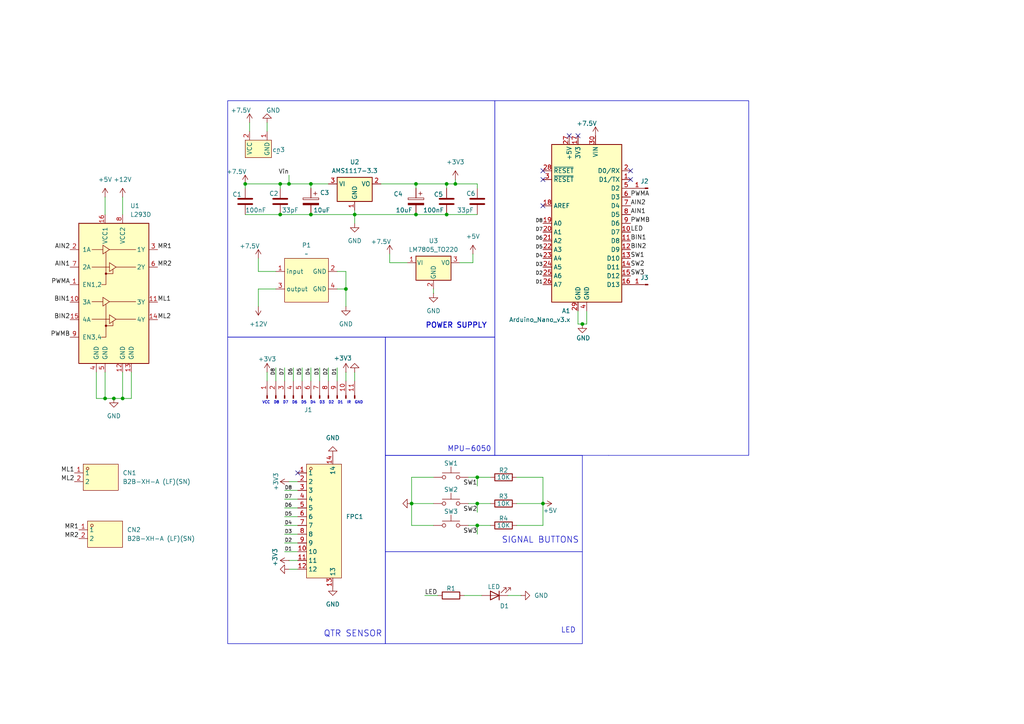
<source format=kicad_sch>
(kicad_sch (version 20231120) (generator "eeschema") (generator_version "8.0")
  (paper "A4")
  (lib_symbols
    (symbol "Connector:Conn_01x01_Pin" (pin_names (offset 1.016) hide)
      (property "Reference" "J" (at 0 2.54 0))
      (property "Value" "Conn_01x01_Pin" (at 0 -2.54 0))
      (symbol "Conn_01x01_Pin_1_1"
        (polyline (pts (xy 1.27 0) (xy 0.8636 0)) (stroke (width 0.1524)))
        (rectangle (start 0.8636 0.127) (end 0 -0.127) (stroke (width 0.1524)) (fill (type outline)))
        (pin passive line (at 5.08 0 180) (length 3.81) (name "Pin_1") (number "1"))
      )
    )
    (symbol "Connector:Conn_01x11_Pin" (pin_names (offset 1.016) hide)
      (property "Reference" "J" (at 0 15.24 0))
      (property "Value" "Conn_01x11_Pin" (at 0 -15.24 0))
      (symbol "Conn_01x11_Pin_1_1"
        (polyline (pts (xy 1.27 -12.7) (xy 0.8636 -12.7)) (stroke (width 0.1524)))
        (polyline (pts (xy 1.27 -10.16) (xy 0.8636 -10.16)) (stroke (width 0.1524)))
        (polyline (pts (xy 1.27 -7.62) (xy 0.8636 -7.62)) (stroke (width 0.1524)))
        (polyline (pts (xy 1.27 -5.08) (xy 0.8636 -5.08)) (stroke (width 0.1524)))
        (polyline (pts (xy 1.27 -2.54) (xy 0.8636 -2.54)) (stroke (width 0.1524)))
        (polyline (pts (xy 1.27 0) (xy 0.8636 0)) (stroke (width 0.1524)))
        (polyline (pts (xy 1.27 2.54) (xy 0.8636 2.54)) (stroke (width 0.1524)))
        (polyline (pts (xy 1.27 5.08) (xy 0.8636 5.08)) (stroke (width 0.1524)))
        (polyline (pts (xy 1.27 7.62) (xy 0.8636 7.62)) (stroke (width 0.1524)))
        (polyline (pts (xy 1.27 10.16) (xy 0.8636 10.16)) (stroke (width 0.1524)))
        (polyline (pts (xy 1.27 12.7) (xy 0.8636 12.7)) (stroke (width 0.1524)))
        (rectangle (start 0.8636 -12.573) (end 0 -12.827) (stroke (width 0.1524)) (fill (type outline)))
        (rectangle (start 0.8636 -10.033) (end 0 -10.287) (stroke (width 0.1524)) (fill (type outline)))
        (rectangle (start 0.8636 -7.493) (end 0 -7.747) (stroke (width 0.1524)) (fill (type outline)))
        (rectangle (start 0.8636 -4.953) (end 0 -5.207) (stroke (width 0.1524)) (fill (type outline)))
        (rectangle (start 0.8636 -2.413) (end 0 -2.667) (stroke (width 0.1524)) (fill (type outline)))
        (rectangle (start 0.8636 0.127) (end 0 -0.127) (stroke (width 0.1524)) (fill (type outline)))
        (rectangle (start 0.8636 2.667) (end 0 2.413) (stroke (width 0.1524)) (fill (type outline)))
        (rectangle (start 0.8636 5.207) (end 0 4.953) (stroke (width 0.1524)) (fill (type outline)))
        (rectangle (start 0.8636 7.747) (end 0 7.493) (stroke (width 0.1524)) (fill (type outline)))
        (rectangle (start 0.8636 10.287) (end 0 10.033) (stroke (width 0.1524)) (fill (type outline)))
        (rectangle (start 0.8636 12.827) (end 0 12.573) (stroke (width 0.1524)) (fill (type outline)))
        (pin passive line (at 5.08 12.7 180) (length 3.81) (name "Pin_1") (number "1"))
        (pin passive line (at 5.08 -10.16 180) (length 3.81) (name "Pin_10") (number "10"))
        (pin passive line (at 5.08 -12.7 180) (length 3.81) (name "Pin_11") (number "11"))
        (pin passive line (at 5.08 10.16 180) (length 3.81) (name "Pin_2") (number "2"))
        (pin passive line (at 5.08 7.62 180) (length 3.81) (name "Pin_3") (number "3"))
        (pin passive line (at 5.08 5.08 180) (length 3.81) (name "Pin_4") (number "4"))
        (pin passive line (at 5.08 2.54 180) (length 3.81) (name "Pin_5") (number "5"))
        (pin passive line (at 5.08 0 180) (length 3.81) (name "Pin_6") (number "6"))
        (pin passive line (at 5.08 -2.54 180) (length 3.81) (name "Pin_7") (number "7"))
        (pin passive line (at 5.08 -5.08 180) (length 3.81) (name "Pin_8") (number "8"))
        (pin passive line (at 5.08 -7.62 180) (length 3.81) (name "Pin_9") (number "9"))
      )
    )
    (symbol "Device:C" (pin_numbers hide) (pin_names (offset 0.254))
      (property "Reference" "C" (at 0.635 2.54 0))
      (property "Value" "C" (at 0.635 -2.54 0))
      (symbol "C_0_1"
        (polyline (pts (xy -2.032 -0.762) (xy 2.032 -0.762)) (stroke (width 0.508)))
        (polyline (pts (xy -2.032 0.762) (xy 2.032 0.762)) (stroke (width 0.508)))
      )
      (symbol "C_1_1"
        (pin passive line (at 0 3.81 270) (length 2.794) (name "~") (number "1"))
        (pin passive line (at 0 -3.81 90) (length 2.794) (name "~") (number "2"))
      )
    )
    (symbol "Device:C_Polarized" (pin_numbers hide) (pin_names (offset 0.254))
      (property "Reference" "C" (at 0.635 2.54 0))
      (property "Value" "C_Polarized" (at 0.635 -2.54 0))
      (symbol "C_Polarized_0_1"
        (rectangle (start -2.286 0.508) (end 2.286 1.016))
        (polyline (pts (xy -1.778 2.286) (xy -0.762 2.286)))
        (polyline (pts (xy -1.27 2.794) (xy -1.27 1.778)))
        (rectangle (start 2.286 -0.508) (end -2.286 -1.016) (fill (type outline)))
      )
      (symbol "C_Polarized_1_1"
        (pin passive line (at 0 3.81 270) (length 2.794) (name "~") (number "1"))
        (pin passive line (at 0 -3.81 90) (length 2.794) (name "~") (number "2"))
      )
    )
    (symbol "Device:LED" (pin_numbers hide) (pin_names (offset 1.016) hide)
      (property "Reference" "D" (at 0 2.54 0))
      (property "Value" "LED" (at 0 -2.54 0))
      (symbol "LED_0_1"
        (polyline (pts (xy -1.27 -1.27) (xy -1.27 1.27)) (stroke (width 0.254)))
        (polyline (pts (xy -1.27 0) (xy 1.27 0)))
        (polyline (pts (xy 1.27 -1.27) (xy 1.27 1.27) (xy -1.27 0) (xy 1.27 -1.27)) (stroke (width 0.254)))
        (polyline (pts (xy -3.048 -0.762) (xy -4.572 -2.286) (xy -3.81 -2.286) (xy -4.572 -2.286) (xy -4.572 -1.524)))
        (polyline (pts (xy -1.778 -0.762) (xy -3.302 -2.286) (xy -2.54 -2.286) (xy -3.302 -2.286) (xy -3.302 -1.524)))
      )
      (symbol "LED_1_1"
        (pin passive line (at -3.81 0 0) (length 2.54) (name "K") (number "1"))
        (pin passive line (at 3.81 0 180) (length 2.54) (name "A") (number "2"))
      )
    )
    (symbol "Device:R" (pin_numbers hide) (pin_names (offset 0))
      (property "Reference" "R" (at 2.032 0 90))
      (property "Value" "R" (at 0 0 90))
      (symbol "R_0_1"
        (rectangle (start -1.016 -2.54) (end 1.016 2.54) (stroke (width 0.254)))
      )
      (symbol "R_1_1"
        (pin passive line (at 0 3.81 270) (length 1.27) (name "~") (number "1"))
        (pin passive line (at 0 -3.81 90) (length 1.27) (name "~") (number "2"))
      )
    )
    (symbol "Driver_Motor:L293D" (pin_names (offset 1.016))
      (property "Reference" "U" (at -5.08 26.035 0))
      (property "Value" "L293D" (at -5.08 24.13 0))
      (symbol "L293D_0_1"
        (rectangle (start -10.16 22.86) (end 10.16 -17.78) (stroke (width 0.254)) (fill (type background)))
        (circle (center -2.286 -6.858) (radius 0.254) (fill (type outline)))
        (circle (center -2.286 8.255) (radius 0.254) (fill (type outline)))
        (polyline (pts (xy -6.35 -4.953) (xy -1.27 -4.953)))
        (polyline (pts (xy -6.35 0.127) (xy -3.175 0.127)))
        (polyline (pts (xy -6.35 10.16) (xy -1.27 10.16)))
        (polyline (pts (xy -6.35 15.24) (xy -3.175 15.24)))
        (polyline (pts (xy -1.27 0.127) (xy 6.35 0.127)))
        (polyline (pts (xy -1.27 15.24) (xy 6.35 15.24)))
        (polyline (pts (xy 0.635 -4.953) (xy 6.35 -4.953)))
        (polyline (pts (xy 0.635 10.16) (xy 6.35 10.16)))
        (polyline (pts (xy -2.286 -6.858) (xy -0.254 -6.858) (xy -0.254 -5.588)))
        (polyline (pts (xy -2.286 -0.635) (xy -2.286 -10.16) (xy -3.556 -10.16)))
        (polyline (pts (xy -2.286 8.255) (xy -0.254 8.255) (xy -0.254 9.525)))
        (polyline (pts (xy -2.286 14.478) (xy -2.286 5.08) (xy -3.556 5.08)))
        (polyline (pts (xy -3.175 1.397) (xy -3.175 -1.143) (xy -1.27 0.127) (xy -3.175 1.397)))
        (polyline (pts (xy -3.175 16.51) (xy -3.175 13.97) (xy -1.27 15.24) (xy -3.175 16.51)))
        (polyline (pts (xy -1.27 -3.683) (xy -1.27 -6.223) (xy 0.635 -4.953) (xy -1.27 -3.683)))
        (polyline (pts (xy -1.27 11.43) (xy -1.27 8.89) (xy 0.635 10.16) (xy -1.27 11.43)))
      )
      (symbol "L293D_1_1"
        (pin input line (at -12.7 5.08 0) (length 2.54) (name "EN1,2") (number "1"))
        (pin input line (at -12.7 0 0) (length 2.54) (name "3A") (number "10"))
        (pin output line (at 12.7 0 180) (length 2.54) (name "3Y") (number "11"))
        (pin power_in line (at 2.54 -20.32 90) (length 2.54) (name "GND") (number "12"))
        (pin power_in line (at 5.08 -20.32 90) (length 2.54) (name "GND") (number "13"))
        (pin output line (at 12.7 -5.08 180) (length 2.54) (name "4Y") (number "14"))
        (pin input line (at -12.7 -5.08 0) (length 2.54) (name "4A") (number "15"))
        (pin power_in line (at -2.54 25.4 270) (length 2.54) (name "VCC1") (number "16"))
        (pin input line (at -12.7 15.24 0) (length 2.54) (name "1A") (number "2"))
        (pin output line (at 12.7 15.24 180) (length 2.54) (name "1Y") (number "3"))
        (pin power_in line (at -5.08 -20.32 90) (length 2.54) (name "GND") (number "4"))
        (pin power_in line (at -2.54 -20.32 90) (length 2.54) (name "GND") (number "5"))
        (pin output line (at 12.7 10.16 180) (length 2.54) (name "2Y") (number "6"))
        (pin input line (at -12.7 10.16 0) (length 2.54) (name "2A") (number "7"))
        (pin power_in line (at 2.54 25.4 270) (length 2.54) (name "VCC2") (number "8"))
        (pin input line (at -12.7 -10.16 0) (length 2.54) (name "EN3,4") (number "9"))
      )
    )
    (symbol "GND_1" (power) (pin_numbers hide) (pin_names (offset 0) hide)
      (property "Value" "GND" (at 0 -3.81 0))
      (symbol "GND_1_0_1"
        (polyline (pts (xy 0 0) (xy 0 -1.27) (xy 1.27 -1.27) (xy 0 -2.54) (xy -1.27 -1.27) (xy 0 -1.27)))
      )
      (symbol "GND_1_1_1"
        (pin power_in line (at 0 0 270) (length 0) (name "~") (number "1"))
      )
    )
    (symbol "GND_10" (power) (pin_numbers hide) (pin_names (offset 0) hide)
      (property "Value" "GND" (at 0 -3.81 0))
      (symbol "GND_10_0_1"
        (polyline (pts (xy 0 0) (xy 0 -1.27) (xy 1.27 -1.27) (xy 0 -2.54) (xy -1.27 -1.27) (xy 0 -1.27)))
      )
      (symbol "GND_10_1_1"
        (pin power_in line (at 0 0 270) (length 0) (name "~") (number "1"))
      )
    )
    (symbol "GND_11" (power) (pin_numbers hide) (pin_names (offset 0) hide)
      (property "Value" "GND" (at 0 -3.81 0))
      (symbol "GND_11_0_1"
        (polyline (pts (xy 0 0) (xy 0 -1.27) (xy 1.27 -1.27) (xy 0 -2.54) (xy -1.27 -1.27) (xy 0 -1.27)))
      )
      (symbol "GND_11_1_1"
        (pin power_in line (at 0 0 270) (length 0) (name "~") (number "1"))
      )
    )
    (symbol "GND_12" (power) (pin_numbers hide) (pin_names (offset 0) hide)
      (property "Value" "GND" (at 0 -3.81 0))
      (symbol "GND_12_0_1"
        (polyline (pts (xy 0 0) (xy 0 -1.27) (xy 1.27 -1.27) (xy 0 -2.54) (xy -1.27 -1.27) (xy 0 -1.27)))
      )
      (symbol "GND_12_1_1"
        (pin power_in line (at 0 0 270) (length 0) (name "~") (number "1"))
      )
    )
    (symbol "GND_2" (power) (pin_numbers hide) (pin_names (offset 0) hide)
      (property "Value" "GND" (at 0 -3.81 0))
      (symbol "GND_2_0_1"
        (polyline (pts (xy 0 0) (xy 0 -1.27) (xy 1.27 -1.27) (xy 0 -2.54) (xy -1.27 -1.27) (xy 0 -1.27)))
      )
      (symbol "GND_2_1_1"
        (pin power_in line (at 0 0 270) (length 0) (name "~") (number "1"))
      )
    )
    (symbol "GND_3" (power) (pin_numbers hide) (pin_names (offset 0) hide)
      (property "Value" "GND" (at 0 -3.81 0))
      (symbol "GND_3_0_1"
        (polyline (pts (xy 0 0) (xy 0 -1.27) (xy 1.27 -1.27) (xy 0 -2.54) (xy -1.27 -1.27) (xy 0 -1.27)))
      )
      (symbol "GND_3_1_1"
        (pin power_in line (at 0 0 270) (length 0) (name "~") (number "1"))
      )
    )
    (symbol "GND_5" (power) (pin_numbers hide) (pin_names (offset 0) hide)
      (property "Value" "GND" (at 0 -3.81 0))
      (symbol "GND_5_0_1"
        (polyline (pts (xy 0 0) (xy 0 -1.27) (xy 1.27 -1.27) (xy 0 -2.54) (xy -1.27 -1.27) (xy 0 -1.27)))
      )
      (symbol "GND_5_1_1"
        (pin power_in line (at 0 0 270) (length 0) (name "~") (number "1"))
      )
    )
    (symbol "GND_9" (power) (pin_numbers hide) (pin_names (offset 0) hide)
      (property "Value" "GND" (at 0 -3.81 0))
      (symbol "GND_9_0_1"
        (polyline (pts (xy 0 0) (xy 0 -1.27) (xy 1.27 -1.27) (xy 0 -2.54) (xy -1.27 -1.27) (xy 0 -1.27)))
      )
      (symbol "GND_9_1_1"
        (pin power_in line (at 0 0 270) (length 0) (name "~") (number "1"))
      )
    )
    (symbol "MCU_Module:Arduino_Nano_v3.x"
      (property "Reference" "A" (at -10.16 23.495 0))
      (property "Value" "Arduino_Nano_v3.x" (at 5.08 -24.13 0))
      (symbol "Arduino_Nano_v3.x_0_1"
        (rectangle (start -10.16 22.86) (end 10.16 -22.86) (stroke (width 0.254)) (fill (type background)))
      )
      (symbol "Arduino_Nano_v3.x_1_1"
        (pin bidirectional line (at -12.7 12.7 0) (length 2.54) (name "D1/TX") (number "1"))
        (pin bidirectional line (at -12.7 -2.54 0) (length 2.54) (name "D7") (number "10"))
        (pin bidirectional line (at -12.7 -5.08 0) (length 2.54) (name "D8") (number "11"))
        (pin bidirectional line (at -12.7 -7.62 0) (length 2.54) (name "D9") (number "12"))
        (pin bidirectional line (at -12.7 -10.16 0) (length 2.54) (name "D10") (number "13"))
        (pin bidirectional line (at -12.7 -12.7 0) (length 2.54) (name "D11") (number "14"))
        (pin bidirectional line (at -12.7 -15.24 0) (length 2.54) (name "D12") (number "15"))
        (pin bidirectional line (at -12.7 -17.78 0) (length 2.54) (name "D13") (number "16"))
        (pin power_out line (at 2.54 25.4 270) (length 2.54) (name "3V3") (number "17"))
        (pin input line (at 12.7 5.08 180) (length 2.54) (name "AREF") (number "18"))
        (pin bidirectional line (at 12.7 0 180) (length 2.54) (name "A0") (number "19"))
        (pin bidirectional line (at -12.7 15.24 0) (length 2.54) (name "D0/RX") (number "2"))
        (pin bidirectional line (at 12.7 -2.54 180) (length 2.54) (name "A1") (number "20"))
        (pin bidirectional line (at 12.7 -5.08 180) (length 2.54) (name "A2") (number "21"))
        (pin bidirectional line (at 12.7 -7.62 180) (length 2.54) (name "A3") (number "22"))
        (pin bidirectional line (at 12.7 -10.16 180) (length 2.54) (name "A4") (number "23"))
        (pin bidirectional line (at 12.7 -12.7 180) (length 2.54) (name "A5") (number "24"))
        (pin bidirectional line (at 12.7 -15.24 180) (length 2.54) (name "A6") (number "25"))
        (pin bidirectional line (at 12.7 -17.78 180) (length 2.54) (name "A7") (number "26"))
        (pin power_out line (at 5.08 25.4 270) (length 2.54) (name "+5V") (number "27"))
        (pin input line (at 12.7 15.24 180) (length 2.54) (name "~{RESET}") (number "28"))
        (pin power_in line (at 2.54 -25.4 90) (length 2.54) (name "GND") (number "29"))
        (pin input line (at 12.7 12.7 180) (length 2.54) (name "~{RESET}") (number "3"))
        (pin power_in line (at -2.54 25.4 270) (length 2.54) (name "VIN") (number "30"))
        (pin power_in line (at 0 -25.4 90) (length 2.54) (name "GND") (number "4"))
        (pin bidirectional line (at -12.7 10.16 0) (length 2.54) (name "D2") (number "5"))
        (pin bidirectional line (at -12.7 7.62 0) (length 2.54) (name "D3") (number "6"))
        (pin bidirectional line (at -12.7 5.08 0) (length 2.54) (name "D4") (number "7"))
        (pin bidirectional line (at -12.7 2.54 0) (length 2.54) (name "D5") (number "8"))
        (pin bidirectional line (at -12.7 0 0) (length 2.54) (name "D6") (number "9"))
      )
    )
    (symbol "Regulator_Linear:AMS1117-3.3"
      (property "Reference" "U" (at -3.81 3.175 0))
      (property "Value" "AMS1117-3.3" (at 0 3.175 0))
      (symbol "AMS1117-3.3_0_1"
        (rectangle (start -5.08 -5.08) (end 5.08 1.905) (stroke (width 0.254)) (fill (type background)))
      )
      (symbol "AMS1117-3.3_1_1"
        (pin power_in line (at 0 -7.62 90) (length 2.54) (name "GND") (number "1"))
        (pin power_out line (at 7.62 0 180) (length 2.54) (name "VO") (number "2"))
        (pin power_in line (at -7.62 0 0) (length 2.54) (name "VI") (number "3"))
      )
    )
    (symbol "Regulator_Linear:LM7805_TO220" (pin_names (offset 0.254))
      (property "Reference" "U" (at -3.81 3.175 0))
      (property "Value" "LM7805_TO220" (at 0 3.175 0))
      (symbol "LM7805_TO220_0_1"
        (rectangle (start -5.08 1.905) (end 5.08 -5.08) (stroke (width 0.254)) (fill (type background)))
      )
      (symbol "LM7805_TO220_1_1"
        (pin power_in line (at -7.62 0 0) (length 2.54) (name "VI") (number "1"))
        (pin power_in line (at 0 -7.62 90) (length 2.54) (name "GND") (number "2"))
        (pin power_out line (at 7.62 0 180) (length 2.54) (name "VO") (number "3"))
      )
    )
    (symbol "Switch:SW_Push" (pin_numbers hide) (pin_names (offset 1.016) hide)
      (property "Reference" "SW" (at 1.27 2.54 0))
      (property "Value" "SW_Push" (at 0 -1.524 0))
      (symbol "SW_Push_0_1"
        (circle (center -2.032 0) (radius 0.508))
        (polyline (pts (xy 0 1.27) (xy 0 3.048)))
        (polyline (pts (xy 2.54 1.27) (xy -2.54 1.27)))
        (circle (center 2.032 0) (radius 0.508))
        (pin passive line (at -5.08 0 0) (length 2.54) (name "1") (number "1"))
        (pin passive line (at 5.08 0 180) (length 2.54) (name "2") (number "2"))
      )
    )
    (symbol "easyeda2kicad:B2B-XH-A(LF)(SN)"
      (property "Reference" "CN" (at 0 6.35 0))
      (property "Value" "B2B-XH-A (LF)(SN)" (at 0 -6.35 0))
      (symbol "B2B-XH-A(LF)(SN)_0_1"
        (rectangle (start -3.81 3.81) (end 6.35 -3.81) (fill (type background)))
        (circle (center -2.54 2.54) (radius 0.38))
        (pin unspecified line (at -6.35 1.27 0) (length 2.54) (name "1") (number "1"))
        (pin unspecified line (at -6.35 -1.27 0) (length 2.54) (name "2") (number "2"))
      )
    )
    (symbol "easyeda2kicad:FPC-05F-12PH20"
      (property "Reference" "FPC" (at 0 22.86 0))
      (property "Value" "FPC-05F-12PH20" (at 0 -25.4 0))
      (symbol "FPC-05F-12PH20_0_1"
        (rectangle (start -5.08 15.24) (end 5.08 -17.78) (fill (type background)))
        (circle (center -3.81 13.97) (radius 0.38))
        (pin unspecified line (at -7.62 12.7 0) (length 2.54) (name "1") (number "1"))
        (pin unspecified line (at -7.62 -10.16 0) (length 2.54) (name "10") (number "10"))
        (pin unspecified line (at -7.62 -12.7 0) (length 2.54) (name "11") (number "11"))
        (pin unspecified line (at -7.62 -15.24 0) (length 2.54) (name "12") (number "12"))
        (pin unspecified line (at 2.54 -20.32 90) (length 2.54) (name "13") (number "13"))
        (pin unspecified line (at 2.54 17.78 270) (length 2.54) (name "14") (number "14"))
        (pin unspecified line (at -7.62 10.16 0) (length 2.54) (name "2") (number "2"))
        (pin unspecified line (at -7.62 7.62 0) (length 2.54) (name "3") (number "3"))
        (pin unspecified line (at -7.62 5.08 0) (length 2.54) (name "4") (number "4"))
        (pin unspecified line (at -7.62 2.54 0) (length 2.54) (name "5") (number "5"))
        (pin unspecified line (at -7.62 0 0) (length 2.54) (name "6") (number "6"))
        (pin unspecified line (at -7.62 -2.54 0) (length 2.54) (name "7") (number "7"))
        (pin unspecified line (at -7.62 -5.08 0) (length 2.54) (name "8") (number "8"))
        (pin unspecified line (at -7.62 -7.62 0) (length 2.54) (name "9") (number "9"))
      )
    )
    (symbol "micromouse2.0:power_input_connector"
      (property "Reference" "cn" (at 2.794 -3.048 0))
      (symbol "power_input_connector_1_1"
        (rectangle (start -3.81 2.54) (end 3.81 -2.54) (fill (type background)))
        (pin input line (at 2.54 5.08 270) (length 2.54) (name "GND") (number "1"))
        (pin input line (at -2.54 5.08 270) (length 2.54) (name "VCC") (number "2"))
      )
    )
    (symbol "power:+12V" (power) (pin_numbers hide) (pin_names (offset 0) hide)
      (property "Value" "+12V" (at 0 3.556 0))
      (symbol "+12V_0_1"
        (polyline (pts (xy -0.762 1.27) (xy 0 2.54)))
        (polyline (pts (xy 0 0) (xy 0 2.54)))
        (polyline (pts (xy 0 2.54) (xy 0.762 1.27)))
      )
      (symbol "+12V_1_1"
        (pin power_in line (at 0 0 90) (length 0) (name "~") (number "1"))
      )
    )
    (symbol "power:+3V3" (power) (pin_numbers hide) (pin_names (offset 0) hide)
      (property "Value" "+3V3" (at 0 3.556 0))
      (symbol "+3V3_0_1"
        (polyline (pts (xy -0.762 1.27) (xy 0 2.54)))
        (polyline (pts (xy 0 0) (xy 0 2.54)))
        (polyline (pts (xy 0 2.54) (xy 0.762 1.27)))
      )
      (symbol "+3V3_1_1"
        (pin power_in line (at 0 0 90) (length 0) (name "~") (number "1"))
      )
    )
    (symbol "power:+5V" (power) (pin_numbers hide) (pin_names (offset 0) hide)
      (property "Value" "+5V" (at 0 3.556 0))
      (symbol "+5V_0_1"
        (polyline (pts (xy -0.762 1.27) (xy 0 2.54)))
        (polyline (pts (xy 0 0) (xy 0 2.54)))
        (polyline (pts (xy 0 2.54) (xy 0.762 1.27)))
      )
      (symbol "+5V_1_1"
        (pin power_in line (at 0 0 90) (length 0) (name "~") (number "1"))
      )
    )
    (symbol "power:+7.5V" (power) (pin_names (offset 0))
      (property "Value" "+7.5V" (at 0 3.556 0))
      (symbol "+7.5V_0_1"
        (polyline (pts (xy -0.762 1.27) (xy 0 2.54)))
        (polyline (pts (xy 0 0) (xy 0 2.54)))
        (polyline (pts (xy 0 2.54) (xy 0.762 1.27)))
      )
      (symbol "+7.5V_1_1"
        (pin power_in line (at 0 0 90) (length 0) hide (name "+7.5V") (number "1"))
      )
    )
    (symbol "power:GND" (power) (pin_names (offset 0))
      (property "Value" "GND" (at 0 -3.81 0))
      (symbol "GND_0_1"
        (polyline (pts (xy 0 0) (xy 0 -1.27) (xy 1.27 -1.27) (xy 0 -2.54) (xy -1.27 -1.27) (xy 0 -1.27)))
      )
      (symbol "GND_1_1"
        (pin power_in line (at 0 0 270) (length 0) hide (name "GND") (number "1"))
      )
    )
    (symbol "symbols:buck_converter"
      (property "Reference" "P" (at 4.826 7.366 0))
      (symbol "buck_converter_1_1"
        (rectangle (start -6.35 6.35) (end 6.35 -6.35) (fill (type background)))
        (pin input line (at -8.89 2.54 0) (length 2.54) (name "input") (number "1"))
        (pin input line (at 8.89 2.54 180) (length 2.54) (name "GND") (number "2"))
        (pin input line (at -8.89 -2.54 0) (length 2.54) (name "output") (number "3"))
        (pin input line (at 8.89 -2.54 180) (length 2.54) (name "GND") (number "4"))
      )
    )
  )
  (junction (at 81.28 53.34))
  (junction (at 90.17 62.23))
  (junction (at 83.82 53.34))
  (junction (at 30.48 115.57))
  (junction (at 100.33 83.82))
  (junction (at 138.43 146.05))
  (junction (at 33.02 115.57))
  (junction (at 120.65 53.34))
  (junction (at 168.91 93.98))
  (junction (at 129.54 62.23))
  (junction (at 120.65 62.23))
  (junction (at 119.38 146.05))
  (junction (at 129.54 53.34))
  (junction (at 71.12 53.34))
  (junction (at 81.28 62.23))
  (junction (at 35.56 115.57))
  (junction (at 132.08 53.34))
  (junction (at 102.87 62.23))
  (junction (at 157.48 146.05))
  (junction (at 138.43 138.43))
  (junction (at 90.17 53.34))
  (junction (at 138.43 152.4))
  (no_connect (at 182.88 49.53))
  (no_connect (at 157.48 52.07))
  (no_connect (at 165.1 39.37))
  (no_connect (at 157.48 59.69))
  (no_connect (at 157.48 49.53))
  (no_connect (at 182.88 52.07))
  (no_connect (at 86.36 137.16))
  (no_connect (at 167.64 39.37))
  (wire (pts (xy 113.03 73.66) (xy 113.03 76.2)))
  (wire (pts (xy 30.48 115.57) (xy 33.02 115.57)))
  (wire (pts (xy 80.01 106.68) (xy 80.01 110.49)))
  (wire (pts (xy 100.33 83.82) (xy 100.33 88.9)))
  (wire (pts (xy 135.89 138.43) (xy 138.43 138.43)))
  (wire (pts (xy 82.55 157.48) (xy 86.36 157.48)))
  (wire (pts (xy 132.08 53.34) (xy 129.54 53.34)))
  (wire (pts (xy 92.71 106.68) (xy 92.71 110.49)))
  (wire (pts (xy 97.79 78.74) (xy 100.33 78.74)))
  (wire (pts (xy 30.48 57.15) (xy 30.48 62.23)))
  (wire (pts (xy 149.86 146.05) (xy 157.48 146.05)))
  (wire (pts (xy 90.17 62.23) (xy 102.87 62.23)))
  (wire (pts (xy 80.01 83.82) (xy 74.93 83.82)))
  (wire (pts (xy 167.64 93.98) (xy 168.91 93.98)))
  (wire (pts (xy 137.16 76.2) (xy 133.35 76.2)))
  (wire (pts (xy 119.38 138.43) (xy 119.38 146.05)))
  (wire (pts (xy 119.38 146.05) (xy 125.73 146.05)))
  (wire (pts (xy 74.93 78.74) (xy 80.01 78.74)))
  (wire (pts (xy 95.25 106.68) (xy 95.25 110.49)))
  (wire (pts (xy 100.33 107.95) (xy 100.33 110.49)))
  (wire (pts (xy 38.1 115.57) (xy 35.56 115.57)))
  (wire (pts (xy 100.33 78.74) (xy 100.33 83.82)))
  (wire (pts (xy 125.73 152.4) (xy 119.38 152.4)))
  (wire (pts (xy 83.82 53.34) (xy 90.17 53.34)))
  (wire (pts (xy 125.73 138.43) (xy 119.38 138.43)))
  (wire (pts (xy 83.82 162.56) (xy 86.36 162.56)))
  (wire (pts (xy 132.08 53.34) (xy 132.08 52.07)))
  (wire (pts (xy 83.82 165.1) (xy 86.36 165.1)))
  (wire (pts (xy 113.03 76.2) (xy 118.11 76.2)))
  (wire (pts (xy 138.43 152.4) (xy 142.24 152.4)))
  (wire (pts (xy 129.54 53.34) (xy 129.54 54.61)))
  (wire (pts (xy 129.54 53.34) (xy 120.65 53.34)))
  (wire (pts (xy 167.64 90.17) (xy 167.64 93.98)))
  (wire (pts (xy 138.43 146.05) (xy 138.43 148.59)))
  (wire (pts (xy 138.43 146.05) (xy 142.24 146.05)))
  (wire (pts (xy 82.55 106.68) (xy 82.55 110.49)))
  (wire (pts (xy 72.39 35.56) (xy 72.39 38.1)))
  (wire (pts (xy 90.17 53.34) (xy 95.25 53.34)))
  (wire (pts (xy 30.48 107.95) (xy 30.48 115.57)))
  (wire (pts (xy 71.12 53.34) (xy 81.28 53.34)))
  (wire (pts (xy 170.18 90.17) (xy 170.18 93.98)))
  (wire (pts (xy 85.09 106.68) (xy 85.09 110.49)))
  (wire (pts (xy 90.17 53.34) (xy 90.17 54.61)))
  (wire (pts (xy 149.86 138.43) (xy 157.48 138.43)))
  (wire (pts (xy 119.38 146.05) (xy 119.38 152.4)))
  (wire (pts (xy 102.87 62.23) (xy 102.87 64.77)))
  (wire (pts (xy 82.55 142.24) (xy 86.36 142.24)))
  (wire (pts (xy 138.43 53.34) (xy 138.43 54.61)))
  (wire (pts (xy 125.73 83.82) (xy 125.73 85.09)))
  (wire (pts (xy 82.55 149.86) (xy 86.36 149.86)))
  (wire (pts (xy 138.43 62.23) (xy 129.54 62.23)))
  (wire (pts (xy 35.56 115.57) (xy 33.02 115.57)))
  (wire (pts (xy 81.28 53.34) (xy 83.82 53.34)))
  (wire (pts (xy 27.94 107.95) (xy 27.94 115.57)))
  (wire (pts (xy 77.47 107.95) (xy 77.47 110.49)))
  (wire (pts (xy 90.17 106.68) (xy 90.17 110.49)))
  (wire (pts (xy 138.43 53.34) (xy 132.08 53.34)))
  (wire (pts (xy 35.56 107.95) (xy 35.56 115.57)))
  (wire (pts (xy 135.89 152.4) (xy 138.43 152.4)))
  (wire (pts (xy 82.55 152.4) (xy 86.36 152.4)))
  (wire (pts (xy 157.48 138.43) (xy 157.48 146.05)))
  (wire (pts (xy 81.28 53.34) (xy 81.28 54.61)))
  (wire (pts (xy 35.56 57.15) (xy 35.56 62.23)))
  (wire (pts (xy 102.87 107.95) (xy 102.87 110.49)))
  (wire (pts (xy 138.43 138.43) (xy 138.43 140.97)))
  (wire (pts (xy 120.65 54.61) (xy 120.65 53.34)))
  (wire (pts (xy 135.89 146.05) (xy 138.43 146.05)))
  (wire (pts (xy 83.82 50.8) (xy 83.82 53.34)))
  (wire (pts (xy 138.43 152.4) (xy 138.43 154.94)))
  (wire (pts (xy 129.54 62.23) (xy 120.65 62.23)))
  (wire (pts (xy 149.86 152.4) (xy 157.48 152.4)))
  (wire (pts (xy 81.28 62.23) (xy 90.17 62.23)))
  (wire (pts (xy 120.65 62.23) (xy 102.87 62.23)))
  (wire (pts (xy 71.12 62.23) (xy 81.28 62.23)))
  (wire (pts (xy 137.16 73.66) (xy 137.16 76.2)))
  (wire (pts (xy 87.63 106.68) (xy 87.63 110.49)))
  (wire (pts (xy 83.82 139.7) (xy 86.36 139.7)))
  (wire (pts (xy 157.48 146.05) (xy 157.48 152.4)))
  (wire (pts (xy 102.87 60.96) (xy 102.87 62.23)))
  (wire (pts (xy 120.65 53.34) (xy 110.49 53.34)))
  (wire (pts (xy 74.93 74.93) (xy 74.93 78.74)))
  (wire (pts (xy 82.55 160.02) (xy 86.36 160.02)))
  (wire (pts (xy 82.55 147.32) (xy 86.36 147.32)))
  (wire (pts (xy 82.55 144.78) (xy 86.36 144.78)))
  (wire (pts (xy 77.47 35.56) (xy 77.47 38.1)))
  (wire (pts (xy 170.18 93.98) (xy 168.91 93.98)))
  (wire (pts (xy 38.1 107.95) (xy 38.1 115.57)))
  (wire (pts (xy 97.79 83.82) (xy 100.33 83.82)))
  (wire (pts (xy 97.79 106.68) (xy 97.79 110.49)))
  (wire (pts (xy 82.55 154.94) (xy 86.36 154.94)))
  (wire (pts (xy 147.32 172.72) (xy 151.13 172.72)))
  (wire (pts (xy 27.94 115.57) (xy 30.48 115.57)))
  (wire (pts (xy 123.19 172.72) (xy 127 172.72)))
  (wire (pts (xy 71.12 53.34) (xy 71.12 54.61)))
  (wire (pts (xy 134.62 172.72) (xy 139.7 172.72)))
  (wire (pts (xy 74.93 83.82) (xy 74.93 88.9)))
  (wire (pts (xy 138.43 138.43) (xy 142.24 138.43)))
  (rectangle (start 111.76 97.79) (end 143.51 132.08))
  (rectangle (start 176.53 132.08) (end 176.53 132.08))
  (rectangle (start 111.76 160.02) (end 168.91 186.69))
  (rectangle (start 111.76 132.08) (end 168.91 160.02))
  (rectangle (start 66.04 29.21) (end 143.51 97.79))
  (rectangle (start 143.51 29.21) (end 217.17 132.08))
  (rectangle (start 66.04 97.79) (end 111.76 186.69))
  (text "QTR SENSOR" (at 102.362 183.896 0) (effects (font (size 1.778 1.778))))
  (text "LED" (at 164.846 182.88 0) (effects (font (size 1.524 1.524))))
  (text "SIGNAL BUTTONS\n" (at 156.718 156.718 0) (effects (font (size 1.778 1.778))))
  (text "POWER SUPPLY" (at 132.334 94.488 0) (effects (font (size 1.524 1.524) (thickness 0.254) (bold yes))))
  (text "VCC  D8  D7  D6  D5  D4  D3  D2  D1  IR  GND\n" (at 90.678 116.84 0) (effects (font (size 0.762 0.762))))
  (text "MPU-6050\n" (at 136.144 130.302 0) (effects (font (size 1.524 1.524))))
  (label "BIN1" (at 182.88 69.85 0))
  (label "D7" (at 157.48 67.31 180) (effects (font (size 1.016 1.016))))
  (label "MR2" (at 22.86 156.21 180))
  (label "BIN1" (at 20.32 87.63 180))
  (label "D6" (at 157.48 69.85 180) (effects (font (size 1.016 1.016))))
  (label "D6" (at 85.09 106.68 270) (effects (font (size 1.016 1.016))))
  (label "ML1" (at 21.59 137.16 180))
  (label "D5" (at 82.55 149.86 0) (effects (font (size 1.016 1.016))))
  (label "MR1" (at 22.86 153.67 180))
  (label "D1" (at 157.48 82.55 180) (effects (font (size 1.016 1.016))))
  (label "LED" (at 123.19 172.72 0))
  (label "D4" (at 90.17 106.68 270) (effects (font (size 1.016 1.016))))
  (label "D4" (at 157.48 74.93 180) (effects (font (size 1.016 1.016))))
  (label "BIN2" (at 20.32 92.71 180))
  (label "D1" (at 82.55 160.02 0) (effects (font (size 1.016 1.016))))
  (label "Vin" (at 83.82 50.8 180))
  (label "D5" (at 87.63 106.68 270) (effects (font (size 1.016 1.016))))
  (label "D6" (at 82.55 147.32 0) (effects (font (size 1.016 1.016))))
  (label "PWMB" (at 20.32 97.79 180))
  (label "SW1" (at 138.43 140.97 180))
  (label "D3" (at 157.48 77.47 180) (effects (font (size 1.016 1.016))))
  (label "SW1" (at 182.88 74.93 0))
  (label "D3" (at 92.71 106.68 270) (effects (font (size 1.016 1.016))))
  (label "D2" (at 157.48 80.01 180) (effects (font (size 1.016 1.016))))
  (label "MR1" (at 45.72 72.39 0))
  (label "D8" (at 80.01 106.68 270) (effects (font (size 1.016 1.016))))
  (label "D1" (at 97.79 106.68 270) (effects (font (size 1.016 1.016))))
  (label "D8" (at 157.48 64.77 180) (effects (font (size 1.016 1.016))))
  (label "PWMA" (at 182.88 57.15 0))
  (label "D2" (at 82.55 157.48 0) (effects (font (size 1.016 1.016))))
  (label "D7" (at 82.55 106.68 270) (effects (font (size 1.016 1.016))))
  (label "BIN2" (at 182.88 72.39 0))
  (label "SW2" (at 182.88 77.47 0))
  (label "AIN2" (at 20.32 72.39 180))
  (label "D2" (at 95.25 106.68 270) (effects (font (size 1.016 1.016))))
  (label "D7" (at 82.55 144.78 0) (effects (font (size 1.016 1.016))))
  (label "D4" (at 82.55 152.4 0) (effects (font (size 1.016 1.016))))
  (label "ML2" (at 21.59 139.7 180))
  (label "D3" (at 82.55 154.94 0) (effects (font (size 1.016 1.016))))
  (label "AIN1" (at 20.32 77.47 180))
  (label "SW3" (at 182.88 80.01 0))
  (label "ML2" (at 45.72 92.71 0))
  (label "SW3" (at 138.43 154.94 180))
  (label "PWMB" (at 182.88 64.77 0))
  (label "ML1" (at 45.72 87.63 0))
  (label "SW2" (at 138.43 148.59 180))
  (label "AIN2" (at 182.88 59.69 0))
  (label "AIN1" (at 182.88 62.23 0))
  (label "LED" (at 182.88 67.31 0))
  (label "D5" (at 157.48 72.39 180) (effects (font (size 1.016 1.016))))
  (label "PWMA" (at 20.32 82.55 180))
  (label "D8" (at 82.55 142.24 0) (effects (font (size 1.016 1.016))))
  (label "MR2" (at 45.72 77.47 0))
  (symbol (lib_name "GND_1") (lib_id "power:GND") (at 125.73 85.09 0) (unit 1)
    (property "Reference" "#PWR021" (effects (hide yes)))
    (property "Value" "GND" (at 125.73 90.17 0))
    (property "Description" "Power symbol creates a global label with name \"GND\" , ground" (effects (hide yes)))
  )
  (symbol (lib_id "Connector:Conn_01x11_Pin") (at 90.17 115.57 90) (unit 1)
    (property "Reference" "J1" (at 89.408 118.872 90))
    (property "Value" "Conn_01x11_Pin" (effects (hide yes)))
    (property "Footprint" "Connector_PinHeader_2.54mm:PinHeader_1x11_P2.54mm_Vertical" (effects (hide yes)))
    (property "Description" "Generic connector, single row, 01x11, script generated" (effects (hide yes)))
  )
  (symbol (lib_id "easyeda2kicad:FPC-05F-12PH20") (at 93.98 149.86 0) (unit 1)
    (property "Reference" "FPC1" (at 100.33 149.8599 0) (effects (justify left)))
    (property "Value" "FPC-05F-12PH20" (effects (hide yes)))
    (property "Footprint" "easyeda2kicad:FPC-SMD_12P-P0.50_FPC-05F-12PH20" (effects (hide yes)))
    (property "LCSC Part" "C2856799" (effects (hide yes)))
  )
  (symbol (lib_id "Device:C") (at 71.12 58.42 0) (mirror y) (unit 1)
    (property "Reference" "C1" (at 70.104 56.388 0) (effects (justify left)))
    (property "Value" "100nF" (at 77.216 60.96 0) (effects (justify left)))
    (property "Footprint" "Capacitor_SMD:C_0805_2012Metric" (effects (hide yes)))
    (property "lcsc" "C100072" (effects (hide yes)))
    (property "LCSC Part" "C476766" (effects (hide yes)))
  )
  (symbol (lib_name "GND_9") (lib_id "power:GND") (at 168.91 93.98 0) (unit 1)
    (property "Reference" "#PWR026" (effects (hide yes)))
    (property "Value" "GND" (at 169.164 98.044 0))
    (property "Description" "Power symbol creates a global label with name \"GND\" , ground" (effects (hide yes)))
  )
  (symbol (lib_id "Device:LED") (at 143.51 172.72 180) (unit 1)
    (property "Reference" "D1" (at 146.304 175.768 0))
    (property "Value" "LED" (at 143.256 170.18 0))
    (property "Footprint" "easyeda2kicad:LED0603-RD" (effects (hide yes)))
    (property "Description" "Light emitting diode" (effects (hide yes)))
  )
  (symbol (lib_id "Device:C") (at 129.54 58.42 0) (mirror y) (unit 1)
    (property "Reference" "C5" (at 128.524 56.388 0) (effects (justify left)))
    (property "Value" "100nF" (at 128.778 60.96 0) (effects (justify left)))
    (property "Footprint" "Capacitor_SMD:C_0805_2012Metric" (effects (hide yes)))
    (property "lcsc" "C100072" (effects (hide yes)))
    (property "LCSC Part" "C476766" (effects (hide yes)))
  )
  (symbol (lib_id "power:+7.5V") (at 71.12 53.34 0) (unit 1)
    (property "Reference" "#PWR04" (effects (hide yes)))
    (property "Value" "+7.5V" (at 68.58 49.784 0))
    (property "Description" "Power symbol creates a global label with name \"+7.5V\"" (effects (hide yes)))
  )
  (symbol (lib_id "Device:R") (at 130.81 172.72 90) (unit 1)
    (property "Reference" "R1" (at 130.81 170.688 90))
    (property "Value" "R" (effects (hide yes)))
    (property "Footprint" "Resistor_SMD:R_0603_1608Metric" (effects (hide yes)))
    (property "Description" "Resistor" (effects (hide yes)))
  )
  (symbol (lib_id "Device:R") (at 146.05 138.43 90) (unit 1)
    (property "Reference" "R2" (at 146.05 136.398 90))
    (property "Value" "10K" (at 146.05 138.43 90))
    (property "Footprint" "Resistor_SMD:R_0603_1608Metric" (effects (hide yes)))
    (property "Description" "Resistor" (effects (hide yes)))
  )
  (symbol (lib_id "easyeda2kicad:B2B-XH-A(LF)(SN)") (at 29.21 154.94 0) (unit 1)
    (property "Reference" "CN2" (at 36.83 153.6699 0) (effects (justify left)))
    (property "Value" "B2B-XH-A (LF)(SN)" (at 36.83 156.2099 0) (effects (justify left)))
    (property "Footprint" "easyeda2kicad:CONN-TH_B2B-XH-A-LF-SN" (effects (hide yes)))
    (property "Datasheet" "https://lcsc.com/product-detail/XH-Connectors_JST_B2B-XH-A-LF-SN_XHsocket-1-2P-pitch2-5mm_C158012.html" (effects (hide yes)))
    (property "LCSC Part" "C158012" (effects (hide yes)))
  )
  (symbol (lib_id "power:+7.5V") (at 172.72 39.37 0) (unit 1)
    (property "Reference" "#PWR029" (effects (hide yes)))
    (property "Value" "+7.5V" (at 170.18 35.814 0))
    (property "Description" "Power symbol creates a global label with name \"+7.5V\"" (effects (hide yes)))
  )
  (symbol (lib_id "power:+5V") (at 30.48 57.15 0) (unit 1)
    (property "Reference" "#PWR01" (effects (hide yes)))
    (property "Value" "+5V" (at 30.48 52.07 0))
    (property "Description" "Power symbol creates a global label with name \"+5V\"" (effects (hide yes)))
  )
  (symbol (lib_id "Device:R") (at 146.05 146.05 90) (unit 1)
    (property "Reference" "R3" (at 146.0094 143.9738 90))
    (property "Value" "10K" (at 146.05 146.05 90))
    (property "Footprint" "Resistor_SMD:R_0603_1608Metric" (effects (hide yes)))
    (property "Description" "Resistor" (effects (hide yes)))
  )
  (symbol (lib_id "power:+7.5V") (at 113.03 73.66 0) (unit 1)
    (property "Reference" "#PWR019" (effects (hide yes)))
    (property "Value" "+7.5V" (at 110.49 70.104 0))
    (property "Description" "Power symbol creates a global label with name \"+7.5V\"" (effects (hide yes)))
  )
  (symbol (lib_id "Connector:Conn_01x01_Pin") (at 187.96 82.55 180) (unit 1)
    (property "Reference" "J3" (at 186.944 80.518 0))
    (property "Value" "Conn_01x01_Pin" (effects (hide yes)))
    (property "Footprint" "Connector_PinHeader_2.54mm:PinHeader_1x01_P2.54mm_Vertical" (effects (hide yes)))
    (property "Description" "Generic connector, single row, 01x01, script generated" (effects (hide yes)))
  )
  (symbol (lib_id "power:+3V3") (at 83.82 162.56 90) (mirror x) (unit 1)
    (property "Reference" "#PWR011" (effects (hide yes)))
    (property "Value" "+3V3" (at 79.756 159.004 0) (effects (justify left)))
    (property "Description" "Power symbol creates a global label with name \"+3V3\"" (effects (hide yes)))
  )
  (symbol (lib_id "power:+3V3") (at 100.33 107.95 0) (unit 1)
    (property "Reference" "#PWR016" (effects (hide yes)))
    (property "Value" "+3V3" (at 96.774 103.886 0) (effects (justify left)))
    (property "Description" "Power symbol creates a global label with name \"+3V3\"" (effects (hide yes)))
  )
  (symbol (lib_id "power:+7.5V") (at 74.93 74.93 0) (unit 1)
    (property "Reference" "#PWR06" (effects (hide yes)))
    (property "Value" "+7.5V" (at 72.39 71.374 0))
    (property "Description" "Power symbol creates a global label with name \"+7.5V\"" (effects (hide yes)))
  )
  (symbol (lib_name "GND_3") (lib_id "power:GND") (at 119.38 146.05 270) (unit 1)
    (property "Reference" "#PWR020" (effects (hide yes)))
    (property "Value" "GND" (effects (hide yes)))
    (property "Description" "Power symbol creates a global label with name \"GND\" , ground" (effects (hide yes)))
  )
  (symbol (lib_id "power:GND") (at 102.87 64.77 0) (mirror y) (unit 1)
    (property "Reference" "#PWR017" (effects (hide yes)))
    (property "Value" "GND" (at 102.87 69.85 0))
  )
  (symbol (lib_id "symbols:buck_converter") (at 88.9 81.28 0) (unit 1)
    (property "Reference" "P1" (at 88.9 71.12 0))
    (property "Value" "~" (at 88.9 73.66 0))
    (property "Footprint" "symbols_footprint:buck_boost converter" (effects (hide yes)))
  )
  (symbol (lib_id "Device:R") (at 146.05 152.4 90) (unit 1)
    (property "Reference" "R4" (at 146.05 150.368 90))
    (property "Value" "10K" (at 146.05 152.4 90))
    (property "Footprint" "Resistor_SMD:R_0603_1608Metric" (effects (hide yes)))
    (property "Description" "Resistor" (effects (hide yes)))
  )
  (symbol (lib_name "GND_2") (lib_id "power:GND") (at 83.82 165.1 270) (mirror x) (unit 1)
    (property "Reference" "#PWR012" (effects (hide yes)))
    (property "Value" "GND" (effects (hide yes)))
    (property "Description" "Power symbol creates a global label with name \"GND\" , ground" (effects (hide yes)))
  )
  (symbol (lib_id "Switch:SW_Push") (at 130.81 138.43 0) (unit 1)
    (property "Reference" "SW1" (at 130.81 134.366 0))
    (property "Value" "SW_Push" (effects (hide yes)))
    (property "Footprint" "easyeda2kicad:SW-SMD_L6.0-W3.3-LS8.0" (effects (hide yes)))
    (property "Description" "Push button switch, generic, two pins" (effects (hide yes)))
  )
  (symbol (lib_name "GND_2") (lib_id "power:GND") (at 102.87 107.95 180) (unit 1)
    (property "Reference" "#PWR018" (effects (hide yes)))
    (property "Value" "GND" (effects (hide yes)))
    (property "Description" "Power symbol creates a global label with name \"GND\" , ground" (effects (hide yes)))
  )
  (symbol (lib_id "power:+7.5V") (at 72.39 35.56 0) (unit 1)
    (property "Reference" "#PWR05" (effects (hide yes)))
    (property "Value" "+7.5V" (at 69.85 32.004 0))
    (property "Description" "Power symbol creates a global label with name \"+7.5V\"" (effects (hide yes)))
  )
  (symbol (lib_id "power:+5V") (at 157.48 146.05 270) (unit 1)
    (property "Reference" "#PWR024" (effects (hide yes)))
    (property "Value" "+5V" (at 157.48 148.082 90) (effects (justify left)))
    (property "Description" "Power symbol creates a global label with name \"+5V\"" (effects (hide yes)))
  )
  (symbol (lib_id "Device:C_Polarized") (at 90.17 58.42 0) (mirror y) (unit 1)
    (property "Reference" "C3" (at 95.504 55.88 0) (effects (justify left)))
    (property "Value" "10uF" (at 95.758 60.96 0) (effects (justify left)))
    (property "Footprint" "Capacitor_SMD:C_0805_2012Metric" (effects (hide yes)))
    (property "lcsc" "C119052" (effects (hide yes)))
    (property "LCSC Part" "C5189822" (effects (hide yes)))
  )
  (symbol (lib_id "power:+5V") (at 137.16 73.66 0) (unit 1)
    (property "Reference" "#PWR025" (effects (hide yes)))
    (property "Value" "+5V" (at 137.16 68.58 0))
    (property "Description" "Power symbol creates a global label with name \"+5V\"" (effects (hide yes)))
  )
  (symbol (lib_id "Regulator_Linear:LM7805_TO220") (at 125.73 76.2 0) (unit 1)
    (property "Reference" "U3" (at 125.73 69.85 0))
    (property "Value" "LM7805_TO220" (at 125.73 72.39 0))
    (property "Footprint" "Package_TO_SOT_THT:TO-220-3_Vertical" (effects (hide yes)))
    (property "Datasheet" "https://www.onsemi.cn/PowerSolutions/document/MC7800-D.PDF" (effects (hide yes)))
    (property "Description" "Positive 1A 35V Linear Regulator, Fixed Output 5V, TO-220" (effects (hide yes)))
  )
  (symbol (lib_id "Regulator_Linear:AMS1117-3.3") (at 102.87 53.34 0) (unit 1)
    (property "Reference" "U2" (at 102.87 46.99 0))
    (property "Value" "AMS1117-3.3" (at 102.87 49.53 0))
    (property "Footprint" "Package_TO_SOT_SMD:SOT-223-3_TabPin2" (effects (hide yes)))
    (property "Datasheet" "http://www.advanced-monolithic.com/pdf/ds1117.pdf" (effects (hide yes)))
    (property "Description" "1A Low Dropout regulator, positive, 3.3V fixed output, SOT-223" (effects (hide yes)))
  )
  (symbol (lib_id "power:+3V3") (at 77.47 107.95 0) (unit 1)
    (property "Reference" "#PWR09" (effects (hide yes)))
    (property "Value" "+3V3" (at 77.47 104.14 0))
    (property "Description" "Power symbol creates a global label with name \"+3V3\"" (effects (hide yes)))
  )
  (symbol (lib_id "power:+12V") (at 74.93 88.9 180) (unit 1)
    (property "Reference" "#PWR07" (effects (hide yes)))
    (property "Value" "+12V" (at 74.93 93.98 0))
    (property "Description" "Power symbol creates a global label with name \"+12V\"" (effects (hide yes)))
  )
  (symbol (lib_id "power:+3V3") (at 132.08 52.07 0) (mirror y) (unit 1)
    (property "Reference" "#PWR022" (effects (hide yes)))
    (property "Value" "+3V3" (at 132.08 46.99 0))
  )
  (symbol (lib_id "power:GND") (at 77.47 35.56 180) (unit 1)
    (property "Reference" "#PWR08" (effects (hide yes)))
    (property "Value" "GND" (at 79.248 32.004 0))
    (property "Description" "Power symbol creates a global label with name \"GND\" , ground" (effects (hide yes)))
  )
  (symbol (lib_name "GND_10") (lib_id "power:GND") (at 96.52 132.08 180) (unit 1)
    (property "Reference" "#PWR013" (effects (hide yes)))
    (property "Value" "GND" (at 96.52 127 0))
    (property "Description" "Power symbol creates a global label with name \"GND\" , ground" (effects (hide yes)))
  )
  (symbol (lib_name "GND_12") (lib_id "power:GND") (at 33.02 115.57 0) (unit 1)
    (property "Reference" "#PWR02" (effects (hide yes)))
    (property "Value" "GND" (at 33.02 120.65 0))
    (property "Description" "Power symbol creates a global label with name \"GND\" , ground" (effects (hide yes)))
  )
  (symbol (lib_id "easyeda2kicad:B2B-XH-A(LF)(SN)") (at 27.94 138.43 0) (unit 1)
    (property "Reference" "CN1" (at 35.56 137.1599 0) (effects (justify left)))
    (property "Value" "B2B-XH-A (LF)(SN)" (at 35.56 139.6999 0) (effects (justify left)))
    (property "Footprint" "easyeda2kicad:CONN-TH_B2B-XH-A-LF-SN" (effects (hide yes)))
    (property "Datasheet" "https://lcsc.com/product-detail/XH-Connectors_JST_B2B-XH-A-LF-SN_XHsocket-1-2P-pitch2-5mm_C158012.html" (effects (hide yes)))
    (property "LCSC Part" "C158012" (effects (hide yes)))
  )
  (symbol (lib_id "Switch:SW_Push") (at 130.81 152.4 0) (unit 1)
    (property "Reference" "SW3" (at 130.81 148.336 0))
    (property "Value" "SW_Push" (effects (hide yes)))
    (property "Footprint" "easyeda2kicad:SW-SMD_L6.0-W3.3-LS8.0" (effects (hide yes)))
    (property "Description" "Push button switch, generic, two pins" (effects (hide yes)))
  )
  (symbol (lib_id "MCU_Module:Arduino_Nano_v3.x") (at 170.18 64.77 0) (mirror y) (unit 1)
    (property "Reference" "A1" (at 165.4459 90.17 0) (effects (justify left)))
    (property "Value" "Arduino_Nano_v3.x" (at 165.4459 92.71 0) (effects (justify left)))
    (property "Footprint" "Module:Arduino_Nano" (effects (hide yes)))
    (property "Datasheet" "http://www.mouser.com/pdfdocs/Gravitech_Arduino_Nano3_0.pdf" (effects (hide yes)))
    (property "Description" "Arduino Nano v3.x" (effects (hide yes)))
  )
  (symbol (lib_id "Driver_Motor:L293D") (at 33.02 87.63 0) (unit 1)
    (property "Reference" "U1" (at 37.7541 59.69 0) (effects (justify left)))
    (property "Value" "L293D" (at 37.7541 62.23 0) (effects (justify left)))
    (property "Footprint" "Package_DIP:DIP-16_W7.62mm" (effects (hide yes)))
    (property "Datasheet" "http://www.ti.com/lit/ds/symlink/l293.pdf" (effects (hide yes)))
    (property "Description" "Quadruple Half-H Drivers" (effects (hide yes)))
  )
  (symbol (lib_id "Device:C_Polarized") (at 120.65 58.42 0) (mirror y) (unit 1)
    (property "Reference" "C4" (at 116.84 56.261 0) (effects (justify left)))
    (property "Value" "10uF" (at 119.634 60.96 0) (effects (justify left)))
    (property "Footprint" "Capacitor_SMD:C_0805_2012Metric" (effects (hide yes)))
    (property "lcsc" "C119052" (effects (hide yes)))
    (property "LCSC Part" "C5189822" (effects (hide yes)))
  )
  (symbol (lib_name "GND_11") (lib_id "power:GND") (at 96.52 170.18 0) (unit 1)
    (property "Reference" "#PWR014" (effects (hide yes)))
    (property "Value" "GND" (at 96.52 175.26 0))
    (property "Description" "Power symbol creates a global label with name \"GND\" , ground" (effects (hide yes)))
  )
  (symbol (lib_name "GND_5") (lib_id "power:GND") (at 151.13 172.72 90) (unit 1)
    (property "Reference" "#PWR027" (effects (hide yes)))
    (property "Value" "GND" (at 154.94 172.7199 90) (effects (justify right)))
    (property "Description" "Power symbol creates a global label with name \"GND\" , ground" (effects (hide yes)))
  )
  (symbol (lib_id "Switch:SW_Push") (at 130.81 146.05 0) (unit 1)
    (property "Reference" "SW2" (at 130.81 141.986 0))
    (property "Value" "SW_Push" (effects (hide yes)))
    (property "Footprint" "easyeda2kicad:SW-SMD_L6.0-W3.3-LS8.0" (effects (hide yes)))
    (property "Description" "Push button switch, generic, two pins" (effects (hide yes)))
  )
  (symbol (lib_id "Connector:Conn_01x01_Pin") (at 187.96 54.61 180) (unit 1)
    (property "Reference" "J2" (at 186.944 52.578 0))
    (property "Value" "Conn_01x01_Pin" (effects (hide yes)))
    (property "Footprint" "Connector_PinHeader_2.54mm:PinHeader_1x01_P2.54mm_Vertical" (effects (hide yes)))
    (property "Description" "Generic connector, single row, 01x01, script generated" (effects (hide yes)))
  )
  (symbol (lib_name "GND_1") (lib_id "power:GND") (at 100.33 88.9 0) (unit 1)
    (property "Reference" "#PWR015" (effects (hide yes)))
    (property "Value" "GND" (at 100.33 93.98 0))
    (property "Description" "Power symbol creates a global label with name \"GND\" , ground" (effects (hide yes)))
  )
  (symbol (lib_id "power:+3V3") (at 83.82 139.7 90) (mirror x) (unit 1)
    (property "Reference" "#PWR010" (effects (hide yes)))
    (property "Value" "+3V3" (at 80.01 139.7 0))
    (property "Description" "Power symbol creates a global label with name \"+3V3\"" (effects (hide yes)))
  )
  (symbol (lib_id "Device:C") (at 81.28 58.42 0) (mirror y) (unit 1)
    (property "Reference" "C2" (at 80.772 56.134 0) (effects (justify left)))
    (property "Value" "33pF" (at 86.614 60.96 0) (effects (justify left)))
    (property "Footprint" "Capacitor_SMD:C_0805_2012Metric" (effects (hide yes)))
    (property "lcsc" "C100072" (effects (hide yes)))
    (property "LCSC Part" "C157687" (effects (hide yes)))
  )
  (symbol (lib_id "micromouse2.0:power_input_connector") (at 74.93 43.18 0) (unit 1)
    (property "Reference" "cn3" (at 78.994 43.434 0) (effects (justify left)))
    (property "Value" "~" (at 80.01 44.45 0) (effects (justify left)))
    (property "Footprint" "Connector_PinSocket_2.54mm:PinSocket_1x02_P2.54mm_Vertical" (effects (hide yes)))
  )
  (symbol (lib_id "power:+12V") (at 35.56 57.15 0) (unit 1)
    (property "Reference" "#PWR03" (effects (hide yes)))
    (property "Value" "+12V" (at 35.56 52.07 0))
    (property "Description" "Power symbol creates a global label with name \"+12V\"" (effects (hide yes)))
  )
  (symbol (lib_id "Device:C") (at 138.43 58.42 0) (mirror y) (unit 1)
    (property "Reference" "C6" (at 137.922 56.134 0) (effects (justify left)))
    (property "Value" "33pF" (at 137.414 60.96 0) (effects (justify left)))
    (property "Footprint" "Capacitor_SMD:C_0805_2012Metric" (effects (hide yes)))
    (property "lcsc" "C100072" (effects (hide yes)))
    (property "LCSC Part" "C157687" (effects (hide yes)))
  )
)
</source>
